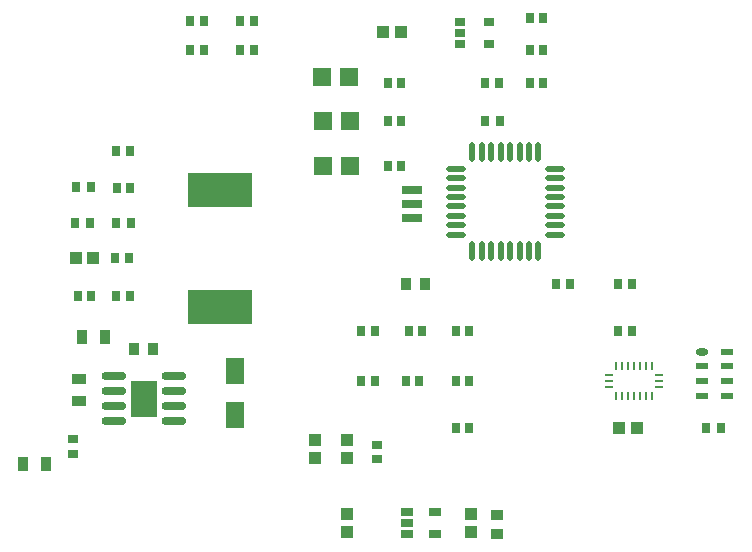
<source format=gtp>
G04 Layer_Color=7318015*
%FSLAX25Y25*%
%MOIN*%
G70*
G01*
G75*
%ADD10R,0.21260X0.11417*%
%ADD11R,0.03543X0.05118*%
%ADD12O,0.08268X0.02756*%
%ADD13R,0.09055X0.12205*%
%ADD14O,0.02165X0.06496*%
%ADD15O,0.06496X0.02165*%
%ADD16R,0.02756X0.03347*%
%ADD17R,0.02953X0.03347*%
%ADD18R,0.04134X0.03937*%
%ADD19R,0.03347X0.02756*%
%ADD20R,0.04331X0.02559*%
%ADD21R,0.03937X0.04134*%
%ADD22R,0.03937X0.03543*%
%ADD23O,0.04331X0.02362*%
%ADD24R,0.04331X0.02362*%
%ADD25R,0.00984X0.02658*%
%ADD26R,0.02658X0.00984*%
%ADD27R,0.03543X0.03937*%
%ADD28R,0.03347X0.02953*%
%ADD29R,0.03543X0.02559*%
%ADD30R,0.06000X0.06000*%
%ADD31R,0.06496X0.09055*%
%ADD32R,0.05118X0.03543*%
%ADD33R,0.06700X0.02800*%
D10*
X92520Y107480D02*
D03*
Y146457D02*
D03*
D11*
X34252Y55118D02*
D03*
X26772D02*
D03*
X34252D02*
D03*
X26772D02*
D03*
X46457Y97441D02*
D03*
X53937D02*
D03*
X46457D02*
D03*
X53937D02*
D03*
D12*
X56890Y84272D02*
D03*
Y79272D02*
D03*
Y74272D02*
D03*
Y69272D02*
D03*
X76969Y84272D02*
D03*
Y79272D02*
D03*
Y74272D02*
D03*
Y69272D02*
D03*
D13*
X66929Y76772D02*
D03*
D14*
X176476Y158937D02*
D03*
X179626D02*
D03*
X182776D02*
D03*
X185925D02*
D03*
X189075D02*
D03*
X192224D02*
D03*
X195374D02*
D03*
X198524D02*
D03*
Y126063D02*
D03*
X195374D02*
D03*
X192224D02*
D03*
X189075D02*
D03*
X185925D02*
D03*
X182776D02*
D03*
X179626D02*
D03*
X176476D02*
D03*
D15*
X203937Y153524D02*
D03*
Y150374D02*
D03*
Y147224D02*
D03*
Y144075D02*
D03*
Y140925D02*
D03*
Y137776D02*
D03*
Y134626D02*
D03*
Y131476D02*
D03*
X171063D02*
D03*
Y134626D02*
D03*
Y137776D02*
D03*
Y140925D02*
D03*
Y144075D02*
D03*
Y147224D02*
D03*
Y150374D02*
D03*
Y153524D02*
D03*
D16*
X57776Y159449D02*
D03*
X62303D02*
D03*
X57972Y147107D02*
D03*
X62500D02*
D03*
X57480Y123701D02*
D03*
X62008D02*
D03*
X49508Y111220D02*
D03*
X44980D02*
D03*
X62303D02*
D03*
X57776D02*
D03*
X225098Y115157D02*
D03*
X229626D02*
D03*
X175492Y99409D02*
D03*
X170965D02*
D03*
X159744D02*
D03*
X155217D02*
D03*
X143996D02*
D03*
X139468D02*
D03*
X143996Y82677D02*
D03*
X139468D02*
D03*
X158760D02*
D03*
X154232D02*
D03*
X175492D02*
D03*
X170965D02*
D03*
X175492Y66929D02*
D03*
X170965D02*
D03*
X86910Y192913D02*
D03*
X82382D02*
D03*
X86909Y202756D02*
D03*
X82382D02*
D03*
X103642D02*
D03*
X99114D02*
D03*
X103642Y192913D02*
D03*
X99114D02*
D03*
X152854Y182087D02*
D03*
X148327D02*
D03*
X152854Y169291D02*
D03*
X148327D02*
D03*
X152854Y154528D02*
D03*
X148327D02*
D03*
X180807Y182087D02*
D03*
X185335D02*
D03*
X195571D02*
D03*
X200098D02*
D03*
X200098Y192913D02*
D03*
X195571D02*
D03*
Y203740D02*
D03*
X200098D02*
D03*
D17*
X49311Y147244D02*
D03*
X44390D02*
D03*
X48917Y135433D02*
D03*
X43996D02*
D03*
X62697D02*
D03*
X57775D02*
D03*
X259350Y66929D02*
D03*
X254429D02*
D03*
X224902Y99409D02*
D03*
X229823D02*
D03*
X209154Y115157D02*
D03*
X204232D02*
D03*
X185531Y169291D02*
D03*
X180610D02*
D03*
D18*
X44291Y123701D02*
D03*
X50197D02*
D03*
X231299Y66929D02*
D03*
X225394D02*
D03*
X146654Y199213D02*
D03*
X152559D02*
D03*
D19*
X43307Y58563D02*
D03*
Y63484D02*
D03*
D20*
X154724Y39173D02*
D03*
Y35433D02*
D03*
Y31693D02*
D03*
X164173D02*
D03*
Y39173D02*
D03*
D21*
X176181Y32480D02*
D03*
Y38386D02*
D03*
X134843Y32480D02*
D03*
Y38386D02*
D03*
Y57087D02*
D03*
Y62992D02*
D03*
X124016Y57087D02*
D03*
Y62992D02*
D03*
D22*
X184646Y38189D02*
D03*
Y31890D02*
D03*
D23*
X252953Y92520D02*
D03*
D24*
Y87598D02*
D03*
Y82677D02*
D03*
Y77756D02*
D03*
X261516D02*
D03*
Y82677D02*
D03*
Y87598D02*
D03*
Y92520D02*
D03*
D25*
X224410Y87598D02*
D03*
X226378D02*
D03*
X228347D02*
D03*
X230315D02*
D03*
X232284D02*
D03*
X234252D02*
D03*
X236221D02*
D03*
Y77657D02*
D03*
X234252D02*
D03*
X232284D02*
D03*
X230315D02*
D03*
X228347D02*
D03*
X226378D02*
D03*
X224410D02*
D03*
D26*
X238632Y84596D02*
D03*
Y82628D02*
D03*
Y80659D02*
D03*
X221998D02*
D03*
Y82628D02*
D03*
Y84596D02*
D03*
D27*
X154331Y115157D02*
D03*
X160630D02*
D03*
X63780Y93504D02*
D03*
X70079D02*
D03*
D28*
X144685Y56594D02*
D03*
Y61516D02*
D03*
D29*
X172441Y202559D02*
D03*
Y198819D02*
D03*
Y195079D02*
D03*
X181890D02*
D03*
Y202559D02*
D03*
D30*
X135406Y184055D02*
D03*
X126406D02*
D03*
X126827Y169291D02*
D03*
X135827D02*
D03*
X126827Y154528D02*
D03*
X135827D02*
D03*
D31*
X97441Y86024D02*
D03*
Y71457D02*
D03*
D32*
X45276Y83465D02*
D03*
Y75984D02*
D03*
Y83465D02*
D03*
Y75984D02*
D03*
D33*
X156496Y146532D02*
D03*
Y141732D02*
D03*
Y137008D02*
D03*
M02*

</source>
